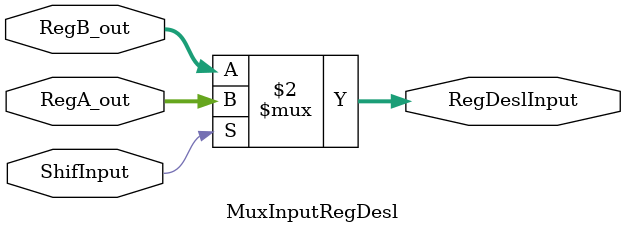
<source format=v>
module MuxInputRegDesl (
  input wire ShifInput,
  input wire [31:0] RegB_out,
  input wire [31:0] RegA_out,
  output reg [31:0] RegDeslInput
);

  always @(*) begin
    RegDeslInput = (ShifInput ? RegA_out : RegB_out);
  end
endmodule

// 0 => RegB_out
// 1 => RegA_out
</source>
